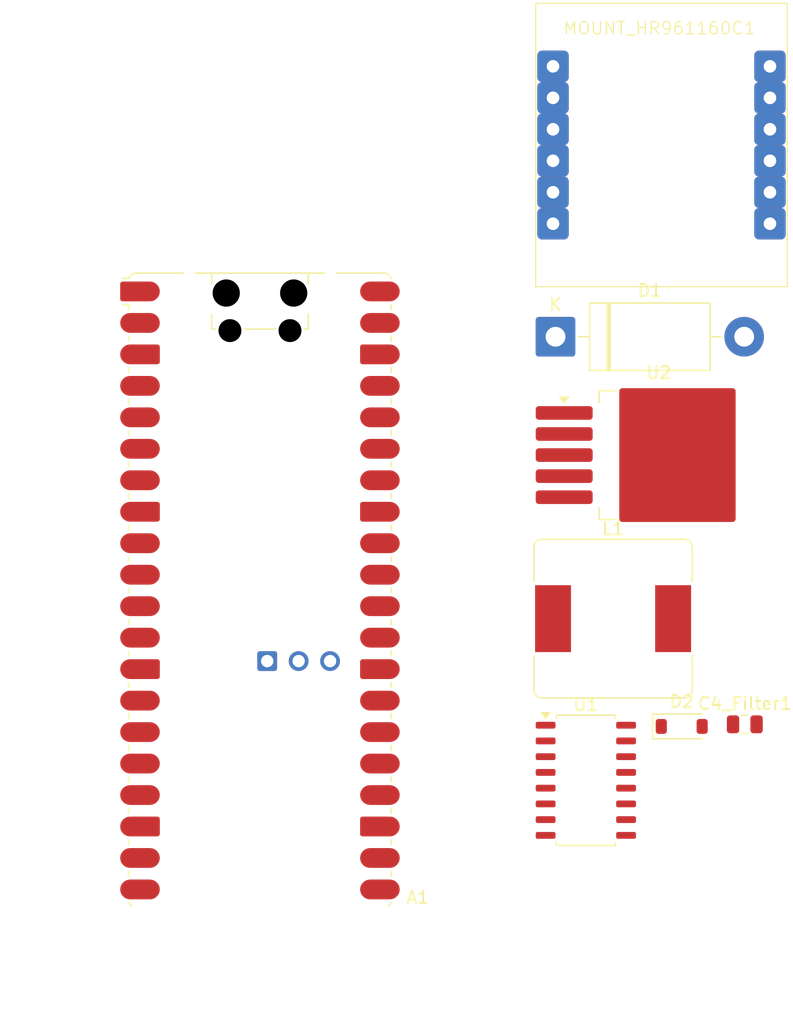
<source format=kicad_pcb>
(kicad_pcb (version 20241229) (generator "pcbnew") (generator_version "9.0")
  (layers (0 "F.Cu" signal) (2 "B.Cu" signal) (13 "F.Paste" user) (15 "B.Paste" user) (5 "F.SilkS" user "F.Silkscreen") (7 "B.SilkS" user "B.Silkscreen") (1 "F.Mask" user) (3 "B.Mask" user) (25 "Edge.Cuts" user))
  (net 0 "")
  (net 1 "Net-(A1-VBUS)")
  (net 2 "Net-(A1-GPIO2)")
  (net 3 "Net-(A1-GPIO16)")
  (net 6 "Net-(A1-GPIO18)")
  (net 7 "+3.3V")
  (net 12 "GND")
  (net 18 "Net-(A1-GPIO19)")
  (net 22 "Net-(A1-GPIO17)")
  (net 34 "Net-(D2-K)")
  (net 35 "Net-(D2-A)")
  (net 36 "Net-(D1-A)")
  (net 42 "Net-(R2-Pad2)")
  (net 53 "+24V")
  (footprint "Package_SO:SOIC-16_4.55x10.3mm_P1.27mm" (layer "F.Cu") (at 117.71 109.515)
    (property "Reference" "U1" (at 0 -6.1 0) (layer "F.SilkS"))
    (property "Value" "TLP291-4")
    (fp_line (start -2.385 -5.26) (end 2.385 -5.26) (stroke (width 0.12)) (layer "F.SilkS"))
    (fp_line (start -2.385 -4.98) (end -2.385 -5.26) (stroke (width 0.12)) (layer "F.SilkS"))
    (fp_line (start -2.385 5.26) (end -2.385 4.98) (stroke (width 0.12)) (layer "F.SilkS"))
    (fp_line (start 2.385 -5.26) (end 2.385 -4.98) (stroke (width 0.12)) (layer "F.SilkS"))
    (fp_line (start 2.385 4.98) (end 2.385 5.26) (stroke (width 0.12)) (layer "F.SilkS"))
    (fp_line (start 2.385 5.26) (end -2.385 5.26) (stroke (width 0.12)) (layer "F.SilkS"))
    (fp_poly (pts (xy -3.25 -4.99) (xy -3.59 -5.46) (xy -2.91 -5.46)) (stroke (width 0.12)) (fill yes) (layer "F.SilkS"))
    (pad "1" smd roundrect (at -3.25 -4.445) (size 1.6 0.55) (layers "F.Cu" "F.Mask" "F.Paste"))
    (pad "2" smd roundrect (at -3.25 -3.175) (size 1.6 0.55) (layers "F.Cu" "F.Mask" "F.Paste"))
    (pad "3" smd roundrect (at -3.25 -1.905) (size 1.6 0.55) (layers "F.Cu" "F.Mask" "F.Paste"))
    (pad "4" smd roundrect (at -3.25 -0.635) (size 1.6 0.55) (layers "F.Cu" "F.Mask" "F.Paste"))
    (pad "5" smd roundrect (at -3.25 0.635) (size 1.6 0.55) (layers "F.Cu" "F.Mask" "F.Paste"))
    (pad "6" smd roundrect (at -3.25 1.905) (size 1.6 0.55) (layers "F.Cu" "F.Mask" "F.Paste"))
    (pad "7" smd roundrect (at -3.25 3.175) (size 1.6 0.55) (layers "F.Cu" "F.Mask" "F.Paste") (net 42 "Net-(R2-Pad2)"))
    (pad "8" smd roundrect (at -3.25 4.445) (size 1.6 0.55) (layers "F.Cu" "F.Mask" "F.Paste") (net 12 "GND"))
    (pad "9" smd roundrect (at 3.25 4.445) (size 1.6 0.55) (layers "F.Cu" "F.Mask" "F.Paste") (net 12 "GND"))
    (pad "10" smd roundrect (at 3.25 3.175) (size 1.6 0.55) (layers "F.Cu" "F.Mask" "F.Paste") (net 35 "Net-(D2-A)"))
    (pad "11" smd roundrect (at 3.25 1.905) (size 1.6 0.55) (layers "F.Cu" "F.Mask" "F.Paste"))
    (pad "12" smd roundrect (at 3.25 0.635) (size 1.6 0.55) (layers "F.Cu" "F.Mask" "F.Paste"))
    (pad "13" smd roundrect (at 3.25 -0.635) (size 1.6 0.55) (layers "F.Cu" "F.Mask" "F.Paste"))
    (pad "14" smd roundrect (at 3.25 -1.905) (size 1.6 0.55) (layers "F.Cu" "F.Mask" "F.Paste"))
    (pad "15" smd roundrect (at 3.25 -3.175) (size 1.6 0.55) (layers "F.Cu" "F.Mask" "F.Paste"))
    (pad "16" smd roundrect (at 3.25 -4.445) (size 1.6 0.55) (layers "F.Cu" "F.Mask" "F.Paste"))
  )
  (footprint "Rover:EthernetMount" (layer "F.Cu") (at 113.66 46.82)
    (property "Reference" "MOUNT_HR961160C1" (at 10 2 0) (layer "F.SilkS") (effects (font (thickness 0.1))))
    (property "Value" "U1")
    (fp_rect (start 0 0) (end 20.32 22.86) (stroke (width 0.1)) (fill no) (layer "F.SilkS"))
    (pad "1" thru_hole roundrect (at 1.397 5.08) (size 2.54 2.54) (drill 1.016) (layers "*.Cu" "*.Mask") (roundrect_rratio 0.15) (net 12 "GND"))
    (pad "2" thru_hole roundrect (at 1.397 7.62) (size 2.54 2.54) (drill 1.016) (layers "*.Cu" "*.Mask") (roundrect_rratio 0.15) (net 12 "GND"))
    (pad "3" thru_hole roundrect (at 1.397 10.16) (size 2.54 2.54) (drill 1.016) (layers "*.Cu" "*.Mask") (roundrect_rratio 0.15) (net 18 "Net-(A1-GPIO19)"))
    (pad "4" thru_hole roundrect (at 1.397 12.7) (size 2.54 2.54) (drill 1.016) (layers "*.Cu" "*.Mask") (roundrect_rratio 0.15) (net 6 "Net-(A1-GPIO18)"))
    (pad "5" thru_hole roundrect (at 1.397 15.24) (size 2.54 2.54) (drill 1.016) (layers "*.Cu" "*.Mask") (roundrect_rratio 0.15) (net 22 "Net-(A1-GPIO17)"))
    (pad "6" thru_hole roundrect (at 1.397 17.78) (size 2.54 2.54) (drill 1.016) (layers "*.Cu" "*.Mask") (roundrect_rratio 0.15))
    (pad "7" thru_hole roundrect (at 18.923 5.08) (size 2.54 2.54) (drill 1.016) (layers "*.Cu" "*.Mask") (roundrect_rratio 0.15) (net 12 "GND"))
    (pad "8" thru_hole roundrect (at 18.923 7.62) (size 2.54 2.54) (drill 1.016) (layers "*.Cu" "*.Mask") (roundrect_rratio 0.15) (net 7 "+3.3V"))
    (pad "9" thru_hole roundrect (at 18.923 10.16) (size 2.54 2.54) (drill 1.016) (layers "*.Cu" "*.Mask") (roundrect_rratio 0.15) (net 7 "+3.3V"))
    (pad "10" thru_hole roundrect (at 18.923 12.7) (size 2.54 2.54) (drill 1.016) (layers "*.Cu" "*.Mask") (roundrect_rratio 0.15))
    (pad "11" thru_hole roundrect (at 18.923 15.24) (size 2.54 2.54) (drill 1.016) (layers "*.Cu" "*.Mask") (roundrect_rratio 0.15))
    (pad "12" thru_hole roundrect (at 18.923 17.78) (size 2.54 2.54) (drill 1.016) (layers "*.Cu" "*.Mask") (roundrect_rratio 0.15) (net 3 "Net-(A1-GPIO16)"))
  )
  (footprint "Diode_SMD:D_SOD-123" (layer "F.Cu") (at 125.455 105.17)
    (property "Reference" "D2" (at 0 -2 0) (layer "F.SilkS"))
    (property "Value" "1N4148W")
    (fp_line (start -2.36 -1) (end -2.36 1) (stroke (width 0.12)) (layer "F.SilkS"))
    (fp_line (start -2.36 -1) (end 1.65 -1) (stroke (width 0.12)) (layer "F.SilkS"))
    (fp_line (start -2.36 1) (end 1.65 1) (stroke (width 0.12)) (layer "F.SilkS"))
    (pad "1" smd roundrect (at -1.65 0) (size 0.9 1.2) (layers "F.Cu" "F.Mask" "F.Paste") (net 34 "Net-(D2-K)"))
    (pad "2" smd roundrect (at 1.65 0) (size 0.9 1.2) (layers "F.Cu" "F.Mask" "F.Paste") (net 35 "Net-(D2-A)"))
  )
  (footprint "Diode_THT:D_DO-201AD_P15.24mm_Horizontal" (layer "F.Cu") (at 115.26 73.72)
    (property "Reference" "D1" (at 7.62 -3.72 0) (layer "F.SilkS"))
    (property "Value" "D_Schottky")
    (fp_line (start 1.84 0) (end 2.75 0) (stroke (width 0.12)) (layer "F.SilkS"))
    (fp_line (start 4.175 -2.72) (end 4.175 2.72) (stroke (width 0.12)) (layer "F.SilkS"))
    (fp_line (start 4.295 -2.72) (end 4.295 2.72) (stroke (width 0.12)) (layer "F.SilkS"))
    (fp_line (start 4.415 -2.72) (end 4.415 2.72) (stroke (width 0.12)) (layer "F.SilkS"))
    (fp_line (start 13.4 0) (end 12.49 0) (stroke (width 0.12)) (layer "F.SilkS"))
    (fp_rect (start 2.75 -2.72) (end 12.49 2.72) (stroke (width 0.12)) (fill no) (layer "F.SilkS"))
    (fp_text user "K" (at 0 -2.6 0) (layer "F.SilkS"))
    (pad "1" thru_hole roundrect (at 0 0) (size 3.2 3.2) (drill 1.6) (layers "*.Cu" "*.Mask") (roundrect_rratio 0.078125) (net 12 "GND"))
    (pad "2" thru_hole circle (at 15.24 0) (size 3.2 3.2) (drill 1.6) (layers "*.Cu" "*.Mask") (net 36 "Net-(D1-A)"))
  )
  (footprint "Module:RaspberryPi_Pico_W_SMD_HandSolder" (layer "F.Cu") (at 91.385 94.195)
    (property "Reference" "A1" (at 11.7475 24.765 0) (layer "F.SilkS") (effects (justify left)))
    (property "Value" "RaspberryPi_Pico_W")
    (fp_line (start -10.61 -23.07) (end -11.09 -23.07) (stroke (width 0.12)) (layer "F.SilkS"))
    (fp_line (start -10.61 -23.07) (end -10.61 -22.65) (stroke (width 0.12)) (layer "F.SilkS"))
    (fp_line (start -10.61 -20.53) (end -10.61 -20.11) (stroke (width 0.12)) (layer "F.SilkS"))
    (fp_line (start -10.61 -17.99) (end -10.61 -17.57) (stroke (width 0.12)) (layer "F.SilkS"))
    (fp_line (start -10.61 -15.45) (end -10.61 -15.03) (stroke (width 0.12)) (layer "F.SilkS"))
    (fp_line (start -10.61 -12.91) (end -10.61 -12.49) (stroke (width 0.12)) (layer "F.SilkS"))
    (fp_line (start -10.61 -10.37) (end -10.61 -9.95) (stroke (width 0.12)) (layer "F.SilkS"))
    (fp_line (start -10.61 -7.83) (end -10.61 -7.41) (stroke (width 0.12)) (layer "F.SilkS"))
    (fp_line (start -10.61 -5.29) (end -10.61 -4.87) (stroke (width 0.12)) (layer "F.SilkS"))
    (fp_line (start -10.61 -2.75) (end -10.61 -2.33) (stroke (width 0.12)) (layer "F.SilkS"))
    (fp_line (start -10.61 -0.21) (end -10.61 0.21) (stroke (width 0.12)) (layer "F.SilkS"))
    (fp_line (start -10.61 2.33) (end -10.61 2.75) (stroke (width 0.12)) (layer "F.SilkS"))
    (fp_line (start -10.61 4.87) (end -10.61 5.29) (stroke (width 0.12)) (layer "F.SilkS"))
    (fp_line (start -10.61 7.41) (end -10.61 7.83) (stroke (width 0.12)) (layer "F.SilkS"))
    (fp_line (start -10.61 9.95) (end -10.61 10.37) (stroke (width 0.12)) (layer "F.SilkS"))
    (fp_line (start -10.61 12.49) (end -10.61 12.91) (stroke (width 0.12)) (layer "F.SilkS"))
    (fp_line (start -10.61 15.03) (end -10.61 15.45) (stroke (width 0.12)) (layer "F.SilkS"))
    (fp_line (start -10.61 17.57) (end -10.61 17.99) (stroke (width 0.12)) (layer "F.SilkS"))
    (fp_line (start -10.61 20.11) (end -10.61 20.53) (stroke (width 0.12)) (layer "F.SilkS"))
    (fp_line (start -10.61 22.65) (end -10.61 23.07) (stroke (width 0.12)) (layer "F.SilkS"))
    (fp_line (start -10.579676 -25.19) (end -11.09 -25.19) (stroke (width 0.12)) (layer "F.SilkS"))
    (fp_line (start -10 -25.61) (end -7.51 -25.61) (stroke (width 0.12)) (layer "F.SilkS"))
    (fp_line (start -7.51 -25.61) (end -6.16206 -25.61) (stroke (width 0.12)) (layer "F.SilkS"))
    (fp_line (start -5.237939 -25.61) (end -4.235 -25.61) (stroke (width 0.12)) (layer "F.SilkS"))
    (fp_line (start -4.235 -25.61) (end 4.235 -25.61) (stroke (width 0.12)) (layer "F.SilkS"))
    (fp_line (start -3.9 -25.61) (end -3.9 -24.694) (stroke (width 0.12)) (layer "F.SilkS"))
    (fp_line (start -3.9 -22.306) (end -3.9 -21.09) (stroke (width 0.12)) (layer "F.SilkS"))
    (fp_line (start -3.9 -21.09) (end -3.60391 -21.09) (stroke (width 0.12)) (layer "F.SilkS"))
    (fp_line (start -1.24609 -21.09) (end 1.24609 -21.09) (stroke (width 0.12)) (layer "F.SilkS"))
    (fp_line (start 3.60391 -21.09) (end 3.9 -21.09) (stroke (width 0.12)) (layer "F.SilkS"))
    (fp_line (start 3.9 -25.61) (end 3.9 -24.694) (stroke (width 0.12)) (layer "F.SilkS"))
    (fp_line (start 3.9 -22.306) (end 3.9 -21.09) (stroke (width 0.12)) (layer "F.SilkS"))
    (fp_line (start 4.235 -25.61) (end 5.237939 -25.61) (stroke (width 0.12)) (layer "F.SilkS"))
    (fp_line (start 6.162061 -25.61) (end 7.51 -25.61) (stroke (width 0.12)) (layer "F.SilkS"))
    (fp_line (start 10 -25.61) (end 7.51 -25.61) (stroke (width 0.12)) (layer "F.SilkS"))
    (fp_line (start 10.61 -23.07) (end 10.61 -22.65) (stroke (width 0.12)) (layer "F.SilkS"))
    (fp_line (start 10.61 -20.53) (end 10.61 -20.11) (stroke (width 0.12)) (layer "F.SilkS"))
    (fp_line (start 10.61 -17.99) (end 10.61 -17.57) (stroke (width 0.12)) (layer "F.SilkS"))
    (fp_line (start 10.61 -15.45) (end 10.61 -15.03) (stroke (width 0.12)) (layer "F.SilkS"))
    (fp_line (start 10.61 -12.91) (end 10.61 -12.49) (stroke (width 0.12)) (layer "F.SilkS"))
    (fp_line (start 10.61 -10.37) (end 10.61 -9.95) (stroke (width 0.12)) (layer "F.SilkS"))
    (fp_line (start 10.61 -7.83) (end 10.61 -7.41) (stroke (width 0.12)) (layer "F.SilkS"))
    (fp_line (start 10.61 -5.29) (end 10.61 -4.87) (stroke (width 0.12)) (layer "F.SilkS"))
    (fp_line (start 10.61 -2.75) (end 10.61 -2.33) (stroke (width 0.12)) (layer "F.SilkS"))
    (fp_line (start 10.61 -0.21) (end 10.61 0.21) (stroke (width 0.12)) (layer "F.SilkS"))
    (fp_line (start 10.61 2.33) (end 10.61 2.75) (stroke (width 0.12)) (layer "F.SilkS"))
    (fp_line (start 10.61 4.87) (end 10.61 5.29) (stroke (width 0.12)) (layer "F.SilkS"))
    (fp_line (start 10.61 7.41) (end 10.61 7.83) (stroke (width 0.12)) (layer "F.SilkS"))
    (fp_line (start 10.61 9.95) (end 10.61 10.37) (stroke (width 0.12)) (layer "F.SilkS"))
    (fp_line (start 10.61 12.49) (end 10.61 12.91) (stroke (width 0.12)) (layer "F.SilkS"))
    (fp_line (start 10.61 15.03) (end 10.61 15.45) (stroke (width 0.12)) (layer "F.SilkS"))
    (fp_line (start 10.61 17.57) (end 10.61 17.99) (stroke (width 0.12)) (layer "F.SilkS"))
    (fp_line (start 10.61 20.11) (end 10.61 20.53) (stroke (width 0.12)) (layer "F.SilkS"))
    (fp_line (start 10.61 22.65) (end 10.61 23.07) (stroke (width 0.12)) (layer "F.SilkS"))
    (fp_arc (start -10.579676 -25.19) (mid -10.357938 -25.493944) (end -10 -25.61) (stroke (width 0.12)) (layer "F.SilkS"))
    (fp_arc (start -10.363318 25.49) (mid -10.494791 25.356765) (end -10.579676 25.189937) (stroke (width 0.12)) (layer "F.SilkS"))
    (fp_arc (start 10 -25.61) (mid 10.357937 -25.493944) (end 10.579676 -25.189937) (stroke (width 0.12)) (layer "F.SilkS"))
    (fp_arc (start 10.579676 25.189937) (mid 10.494803 25.356773) (end 10.363318 25.49) (stroke (width 0.12)) (layer "F.SilkS"))
    (pad "" smd rect (at -8.89 -24.13) (size 3.8 2.2) (drill (offset -0.8 0)) (layers "F.Paste"))
    (pad "" smd rect (at -8.89 -21.59) (size 3.8 2.2) (drill (offset -0.8 0)) (layers "F.Paste"))
    (pad "" smd rect (at -8.89 -19.05) (size 3.8 2.2) (drill (offset -0.8 0)) (layers "F.Paste"))
    (pad "" smd rect (at -8.89 -16.51) (size 3.8 2.2) (drill (offset -0.8 0)) (layers "F.Paste"))
    (pad "" smd rect (at -8.89 -13.97) (size 3.8 2.2) (drill (offset -0.8 0)) (layers "F.Paste"))
    (pad "" smd rect (at -8.89 -11.43) (size 3.8 2.2) (drill (offset -0.8 0)) (layers "F.Paste"))
    (pad "" smd rect (at -8.89 -8.89) (size 3.8 2.2) (drill (offset -0.8 0)) (layers "F.Paste"))
    (pad "" smd rect (at -8.89 -6.35) (size 3.8 2.2) (drill (offset -0.8 0)) (layers "F.Paste"))
    (pad "" smd rect (at -8.89 -3.81) (size 3.8 2.2) (drill (offset -0.8 0)) (layers "F.Paste"))
    (pad "" smd rect (at -8.89 -1.27) (size 3.8 2.2) (drill (offset -0.8 0)) (layers "F.Paste"))
    (pad "" smd rect (at -8.89 1.27) (size 3.8 2.2) (drill (offset -0.8 0)) (layers "F.Paste"))
    (pad "" smd rect (at -8.89 3.81) (size 3.8 2.2) (drill (offset -0.8 0)) (layers "F.Paste"))
    (pad "" smd rect (at -8.89 6.35) (size 3.8 2.2) (drill (offset -0.8 0)) (layers "F.Paste"))
    (pad "" smd rect (at -8.89 8.89) (size 3.8 2.2) (drill (offset -0.8 0)) (layers "F.Paste"))
    (pad "" smd rect (at -8.89 11.43) (size 3.8 2.2) (drill (offset -0.8 0)) (layers "F.Paste"))
    (pad "" smd rect (at -8.89 13.97) (size 3.8 2.2) (drill (offset -0.8 0)) (layers "F.Paste"))
    (pad "" smd rect (at -8.89 16.51) (size 3.8 2.2) (drill (offset -0.8 0)) (layers "F.Paste"))
    (pad "" smd rect (at -8.89 19.05) (size 3.8 2.2) (drill (offset -0.8 0)) (layers "F.Paste"))
    (pad "" smd rect (at -8.89 21.59) (size 3.8 2.2) (drill (offset -0.8 0)) (layers "F.Paste"))
    (pad "" smd rect (at -8.89 24.13) (size 3.8 2.2) (drill (offset -0.8 0)) (layers "F.Paste"))
    (pad "" np_thru_hole circle (at -2.725 -24) (size 2.2 2.2) (drill 2.2) (layers "*.Mask"))
    (pad "" np_thru_hole circle (at -2.425 -20.97) (size 1.85 1.85) (drill 1.85) (layers "*.Mask"))
    (pad "" np_thru_hole circle (at 2.425 -20.97) (size 1.85 1.85) (drill 1.85) (layers "*.Mask"))
    (pad "" np_thru_hole circle (at 2.725 -24) (size 2.2 2.2) (drill 2.2) (layers "*.Mask"))
    (pad "" smd rect (at 8.89 -24.13) (size 3.8 2.2) (drill (offset 0.8 0)) (layers "F.Paste"))
    (pad "" smd rect (at 8.89 -21.59) (size 3.8 2.2) (drill (offset 0.8 0)) (layers "F.Paste"))
    (pad "" smd rect (at 8.89 -19.05) (size 3.8 2.2) (drill (offset 0.8 0)) (layers "F.Paste"))
    (pad "" smd rect (at 8.89 -16.51) (size 3.8 2.2) (drill (offset 0.8 0)) (layers "F.Paste"))
    (pad "" smd rect (at 8.89 -13.97) (size 3.8 2.2) (drill (offset 0.8 0)) (layers "F.Paste"))
    (pad "" smd rect (at 8.89 -11.43) (size 3.8 2.2) (drill (offset 0.8 0)) (layers "F.Paste"))
    (pad "" smd rect (at 8.89 -8.89) (size 3.8 2.2) (drill (offset 0.8 0)) (layers "F.Paste"))
    (pad "" smd rect (at 8.89 -6.35) (size 3.8 2.2) (drill (offset 0.8 0)) (layers "F.Paste"))
    (pad "" smd rect (at 8.89 -3.81) (size 3.8 2.2) (drill (offset 0.8 0)) (layers "F.Paste"))
    (pad "" smd rect (at 8.89 -1.27) (size 3.8 2.2) (drill (offset 0.8 0)) (layers "F.Paste"))
    (pad "" smd rect (at 8.89 1.27) (size 3.8 2.2) (drill (offset 0.8 0)) (layers "F.Paste"))
    (pad "" smd rect (at 8.89 3.81) (size 3.8 2.2) (drill (offset 0.8 0)) (layers "F.Paste"))
    (pad "" smd rect (at 8.89 6.35) (size 3.8 2.2) (drill (offset 0.8 0)) (layers "F.Paste"))
    (pad "" smd rect (at 8.89 8.89) (size 3.8 2.2) (drill (offset 0.8 0)) (layers "F.Paste"))
    (pad "" smd rect (at 8.89 11.43) (size 3.8 2.2) (drill (offset 0.8 0)) (layers "F.Paste"))
    (pad "" smd rect (at 8.89 13.97) (size 3.8 2.2) (drill (offset 0.8 0)) (layers "F.Paste"))
    (pad "" smd rect (at 8.89 16.51) (size 3.8 2.2) (drill (offset 0.8 0)) (layers "F.Paste"))
    (pad "" smd rect (at 8.89 19.05) (size 3.8 2.2) (drill (offset 0.8 0)) (layers "F.Paste"))
    (pad "" smd rect (at 8.89 21.59) (size 3.8 2.2) (drill (offset 0.8 0)) (layers "F.Paste"))
    (pad "" smd rect (at 8.89 24.13) (size 3.8 2.2) (drill (offset 0.8 0)) (layers "F.Paste"))
    (pad "1" smd custom (at -9.69 -24.13) (size 1.6 0.8) (layers "F.Cu" "F.Mask") (options (clearance outline) (anchor rect)) (primitives (gr_circle (center 0.8 0) (end 1.6 0) (width 0) (fill yes)) (gr_poly (pts (xy -1.6 -0.6) (xy -1.6 0.6) (xy -1.4 0.8) (xy 0.8 0.8) (xy 0.8 -0.8) (xy -1.4 -0.8)) (width 0) (fill yes)) (gr_circle (center -1.4 -0.6) (end -1.2 -0.6) (width 0) (fill yes)) (gr_circle (center -1.4 0.6) (end -1.2 0.6) (width 0) (fill yes))))
    (pad "2" smd roundrect (at -9.69 -21.59) (size 3.2 1.6) (layers "F.Cu" "F.Mask") (roundrect_rratio 0.5))
    (pad "3" smd custom (at -9.69 -19.05) (size 1.6 0.8) (layers "F.Cu" "F.Mask") (net 12 "GND") (options (clearance outline) (anchor rect)) (primitives (gr_circle (center -0.8 0) (end 0 0) (width 0) (fill yes)) (gr_poly (pts (xy 1.6 -0.6) (xy 1.6 0.6) (xy 1.4 0.8) (xy -0.8 0.8) (xy -0.8 -0.8) (xy 1.4 -0.8)) (width 0) (fill yes)) (gr_circle (center 1.4 -0.6) (end 1.6 -0.6) (width 0) (fill yes)) (gr_circle (center 1.4 0.6) (end 1.6 0.6) (width 0) (fill yes))))
    (pad "4" smd roundrect (at -9.69 -16.51) (size 3.2 1.6) (layers "F.Cu" "F.Mask") (roundrect_rratio 0.5) (net 2 "Net-(A1-GPIO2)"))
    (pad "5" smd roundrect (at -9.69 -13.97) (size 3.2 1.6) (layers "F.Cu" "F.Mask") (roundrect_rratio 0.5))
    (pad "6" smd roundrect (at -9.69 -11.43) (size 3.2 1.6) (layers "F.Cu" "F.Mask") (roundrect_rratio 0.5))
    (pad "7" smd roundrect (at -9.69 -8.89) (size 3.2 1.6) (layers "F.Cu" "F.Mask") (roundrect_rratio 0.5))
    (pad "8" smd custom (at -9.69 -6.35) (size 1.6 0.8) (layers "F.Cu" "F.Mask") (net 12 "GND") (options (clearance outline) (anchor rect)) (primitives (gr_circle (center -0.8 0) (end 0 0) (width 0) (fill yes)) (gr_poly (pts (xy 1.6 -0.6) (xy 1.6 0.6) (xy 1.4 0.8) (xy -0.8 0.8) (xy -0.8 -0.8) (xy 1.4 -0.8)) (width 0) (fill yes)) (gr_circle (center 1.4 -0.6) (end 1.6 -0.6) (width 0) (fill yes)) (gr_circle (center 1.4 0.6) (end 1.6 0.6) (width 0) (fill yes))))
    (pad "9" smd roundrect (at -9.69 -3.81) (size 3.2 1.6) (layers "F.Cu" "F.Mask") (roundrect_rratio 0.5))
    (pad "10" smd roundrect (at -9.69 -1.27) (size 3.2 1.6) (layers "F.Cu" "F.Mask") (roundrect_rratio 0.5))
    (pad "11" smd roundrect (at -9.69 1.27) (size 3.2 1.6) (layers "F.Cu" "F.Mask") (roundrect_rratio 0.5))
    (pad "12" smd roundrect (at -9.69 3.81) (size 3.2 1.6) (layers "F.Cu" "F.Mask") (roundrect_rratio 0.5))
    (pad "13" smd custom (at -9.69 6.35) (size 1.6 0.8) (layers "F.Cu" "F.Mask") (net 12 "GND") (options (clearance outline) (anchor rect)) (primitives (gr_circle (center -0.8 0) (end 0 0) (width 0) (fill yes)) (gr_poly (pts (xy 1.6 -0.6) (xy 1.6 0.6) (xy 1.4 0.8) (xy -0.8 0.8) (xy -0.8 -0.8) (xy 1.4 -0.8)) (width 0) (fill yes)) (gr_circle (center 1.4 -0.6) (end 1.6 -0.6) (width 0) (fill yes)) (gr_circle (center 1.4 0.6) (end 1.6 0.6) (width 0) (fill yes))))
    (pad "14" smd roundrect (at -9.69 8.89) (size 3.2 1.6) (layers "F.Cu" "F.Mask") (roundrect_rratio 0.5))
    (pad "15" smd roundrect (at -9.69 11.43) (size 3.2 1.6) (layers "F.Cu" "F.Mask") (roundrect_rratio 0.5))
    (pad "16" smd roundrect (at -9.69 13.97) (size 3.2 1.6) (layers "F.Cu" "F.Mask") (roundrect_rratio 0.5))
    (pad "17" smd roundrect (at -9.69 16.51) (size 3.2 1.6) (layers "F.Cu" "F.Mask") (roundrect_rratio 0.5))
    (pad "18" smd custom (at -9.69 19.05) (size 1.6 0.8) (layers "F.Cu" "F.Mask") (net 12 "GND") (options (clearance outline) (anchor rect)) (primitives (gr_circle (center -0.8 0) (end 0 0) (width 0) (fill yes)) (gr_poly (pts (xy 1.6 -0.6) (xy 1.6 0.6) (xy 1.4 0.8) (xy -0.8 0.8) (xy -0.8 -0.8) (xy 1.4 -0.8)) (width 0) (fill yes)) (gr_circle (center 1.4 -0.6) (end 1.6 -0.6) (width 0) (fill yes)) (gr_circle (center 1.4 0.6) (end 1.6 0.6) (width 0) (fill yes))))
    (pad "19" smd roundrect (at -9.69 21.59) (size 3.2 1.6) (layers "F.Cu" "F.Mask") (roundrect_rratio 0.5))
    (pad "20" smd roundrect (at -9.69 24.13) (size 3.2 1.6) (layers "F.Cu" "F.Mask") (roundrect_rratio 0.5))
    (pad "21" smd roundrect (at 9.69 24.13) (size 3.2 1.6) (layers "F.Cu" "F.Mask") (roundrect_rratio 0.5) (net 3 "Net-(A1-GPIO16)"))
    (pad "22" smd roundrect (at 9.69 21.59) (size 3.2 1.6) (layers "F.Cu" "F.Mask") (roundrect_rratio 0.5) (net 22 "Net-(A1-GPIO17)"))
    (pad "23" smd custom (at 9.69 19.05) (size 1.6 0.8) (layers "F.Cu" "F.Mask") (net 12 "GND") (options (clearance outline) (anchor rect)) (primitives (gr_circle (center 0.8 0) (end 1.6 0) (width 0) (fill yes)) (gr_poly (pts (xy -1.6 -0.6) (xy -1.6 0.6) (xy -1.4 0.8) (xy 0.8 0.8) (xy 0.8 -0.8) (xy -1.4 -0.8)) (width 0) (fill yes)) (gr_circle (center -1.4 -0.6) (end -1.2 -0.6) (width 0) (fill yes)) (gr_circle (center -1.4 0.6) (end -1.2 0.6) (width 0) (fill yes))))
    (pad "24" smd roundrect (at 9.69 16.51) (size 3.2 1.6) (layers "F.Cu" "F.Mask") (roundrect_rratio 0.5) (net 6 "Net-(A1-GPIO18)"))
    (pad "25" smd roundrect (at 9.69 13.97) (size 3.2 1.6) (layers "F.Cu" "F.Mask") (roundrect_rratio 0.5) (net 18 "Net-(A1-GPIO19)"))
    (pad "26" smd roundrect (at 9.69 11.43) (size 3.2 1.6) (layers "F.Cu" "F.Mask") (roundrect_rratio 0.5))
    (pad "27" smd roundrect (at 9.69 8.89) (size 3.2 1.6) (layers "F.Cu" "F.Mask") (roundrect_rratio 0.5))
    (pad "28" smd custom (at 9.69 6.35) (size 1.6 0.8) (layers "F.Cu" "F.Mask") (net 12 "GND") (options (clearance outline) (anchor rect)) (primitives (gr_circle (center 0.8 0) (end 1.6 0) (width 0) (fill yes)) (gr_poly (pts (xy -1.6 -0.6) (xy -1.6 0.6) (xy -1.4 0.8) (xy 0.8 0.8) (xy 0.8 -0.8) (xy -1.4 -0.8)) (width 0) (fill yes)) (gr_circle (center -1.4 -0.6) (end -1.2 -0.6) (width 0) (fill yes)) (gr_circle (center -1.4 0.6) (end -1.2 0.6) (width 0) (fill yes))))
    (pad "29" smd roundrect (at 9.69 3.81) (size 3.2 1.6) (layers "F.Cu" "F.Mask") (roundrect_rratio 0.5))
    (pad "30" smd roundrect (at 9.69 1.27) (size 3.2 1.6) (layers "F.Cu" "F.Mask") (roundrect_rratio 0.5))
    (pad "31" smd roundrect (at 9.69 -1.27) (size 3.2 1.6) (layers "F.Cu" "F.Mask") (roundrect_rratio 0.5))
    (pad "32" smd roundrect (at 9.69 -3.81) (size 3.2 1.6) (layers "F.Cu" "F.Mask") (roundrect_rratio 0.5))
    (pad "33" smd custom (at 9.69 -6.35) (size 1.6 0.8) (layers "F.Cu" "F.Mask") (options (clearance outline) (anchor rect)) (primitives (gr_circle (center 0.8 0) (end 1.6 0) (width 0) (fill yes)) (gr_poly (pts (xy -1.6 -0.6) (xy -1.6 0.6) (xy -1.4 0.8) (xy 0.8 0.8) (xy 0.8 -0.8) (xy -1.4 -0.8)) (width 0) (fill yes)) (gr_circle (center -1.4 -0.6) (end -1.2 -0.6) (width 0) (fill yes)) (gr_circle (center -1.4 0.6) (end -1.2 0.6) (width 0) (fill yes))))
    (pad "34" smd roundrect (at 9.69 -8.89) (size 3.2 1.6) (layers "F.Cu" "F.Mask") (roundrect_rratio 0.5))
    (pad "35" smd roundrect (at 9.69 -11.43) (size 3.2 1.6) (layers "F.Cu" "F.Mask") (roundrect_rratio 0.5))
    (pad "36" smd roundrect (at 9.69 -13.97) (size 3.2 1.6) (layers "F.Cu" "F.Mask") (roundrect_rratio 0.5) (net 7 "+3.3V"))
    (pad "37" smd roundrect (at 9.69 -16.51) (size 3.2 1.6) (layers "F.Cu" "F.Mask") (roundrect_rratio 0.5))
    (pad "38" smd custom (at 9.69 -19.05) (size 1.6 0.8) (layers "F.Cu" "F.Mask") (net 12 "GND") (options (clearance outline) (anchor rect)) (primitives (gr_circle (center 0.8 0) (end 1.6 0) (width 0) (fill yes)) (gr_poly (pts (xy -1.6 -0.6) (xy -1.6 0.6) (xy -1.4 0.8) (xy 0.8 0.8) (xy 0.8 -0.8) (xy -1.4 -0.8)) (width 0) (fill yes)) (gr_circle (center -1.4 -0.6) (end -1.2 -0.6) (width 0) (fill yes)) (gr_circle (center -1.4 0.6) (end -1.2 0.6) (width 0) (fill yes))))
    (pad "39" smd roundrect (at 9.69 -21.59) (size 3.2 1.6) (layers "F.Cu" "F.Mask") (roundrect_rratio 0.5) (net 1 "Net-(A1-VBUS)"))
    (pad "40" smd roundrect (at 9.69 -24.13) (size 3.2 1.6) (layers "F.Cu" "F.Mask") (roundrect_rratio 0.5) (net 1 "Net-(A1-VBUS)"))
    (pad "D1" thru_hole roundrect (at 0.5841 5.7) (size 1.6 1.6) (drill 1) (layers "*.Cu" "*.Mask") (roundrect_rratio 0.125))
    (pad "D2" thru_hole circle (at 3.1241 5.7) (size 1.6 1.6) (drill 1) (layers "*.Cu" "*.Mask"))
    (pad "D3" thru_hole circle (at 5.6641 5.7) (size 1.6 1.6) (drill 1) (layers "*.Cu" "*.Mask"))
  )
  (footprint "Inductor_SMD:L_Bourns_SRR1260" (layer "F.Cu") (at 119.91 96.47)
    (property "Reference" "L1" (at 0 -7.25 0) (layer "F.SilkS"))
    (property "Value" "33uH")
    (fp_line (start -6.4 -5.75) (end -6.4 -3) (stroke (width 0.12)) (layer "F.SilkS"))
    (fp_line (start -6.4 3) (end -6.4 5.75) (stroke (width 0.12)) (layer "F.SilkS"))
    (fp_line (start -5.75 -6.4) (end 5.75 -6.4) (stroke (width 0.12)) (layer "F.SilkS"))
    (fp_line (start 5.75 6.4) (end -5.75 6.4) (stroke (width 0.12)) (layer "F.SilkS"))
    (fp_line (start 6.4 -5.75) (end 6.4 -3) (stroke (width 0.12)) (layer "F.SilkS"))
    (fp_line (start 6.4 3) (end 6.4 5.75) (stroke (width 0.12)) (layer "F.SilkS"))
    (fp_arc (start -6.4 -5.75) (mid -6.209619 -6.209619) (end -5.75 -6.4) (stroke (width 0.12)) (layer "F.SilkS"))
    (fp_arc (start -5.75 6.4) (mid -6.209619 6.209619) (end -6.4 5.75) (stroke (width 0.12)) (layer "F.SilkS"))
    (fp_arc (start 5.75 -6.4) (mid 6.209619 -6.209619) (end 6.4 -5.75) (stroke (width 0.12)) (layer "F.SilkS"))
    (fp_arc (start 6.4 5.75) (mid 6.209619 6.209619) (end 5.75 6.4) (stroke (width 0.12)) (layer "F.SilkS"))
    (pad "1" smd rect (at -4.85 0) (size 2.9 5.4) (layers "F.Cu" "F.Mask" "F.Paste") (net 36 "Net-(D1-A)"))
    (pad "2" smd rect (at 4.85 0) (size 2.9 5.4) (layers "F.Cu" "F.Mask" "F.Paste") (net 1 "Net-(A1-VBUS)"))
  )
  (footprint "Package_TO_SOT_SMD:TO-263-5_TabPin3" (layer "F.Cu") (at 123.61 83.27)
    (property "Reference" "U2" (at 0 -6.65 0) (layer "F.SilkS"))
    (property "Value" "LM2596S-3.3")
    (fp_line (start -4.825 -5.2) (end -4.825 -4.25) (stroke (width 0.12)) (layer "F.SilkS"))
    (fp_line (start -4.825 5.2) (end -4.825 4.25) (stroke (width 0.12)) (layer "F.SilkS"))
    (fp_line (start -3.46 -5.2) (end -4.825 -5.2) (stroke (width 0.12)) (layer "F.SilkS"))
    (fp_line (start -3.46 5.2) (end -4.825 5.2) (stroke (width 0.12)) (layer "F.SilkS"))
    (fp_poly (pts (xy -7.65 -4.21) (xy -7.99 -4.68) (xy -7.31 -4.68)) (stroke (width 0.12)) (fill yes) (layer "F.SilkS"))
    (pad "1" smd roundrect (at -7.65 -3.4) (size 4.6 1.1) (layers "F.Cu" "F.Mask" "F.Paste") (roundrect_rratio 0.227273) (net 53 "+24V"))
    (pad "2" smd roundrect (at -7.65 -1.7) (size 4.6 1.1) (layers "F.Cu" "F.Mask" "F.Paste") (roundrect_rratio 0.227273) (net 36 "Net-(D1-A)"))
    (pad "3" smd roundrect (at -7.65 0) (size 4.6 1.1) (layers "F.Cu" "F.Mask" "F.Paste") (roundrect_rratio 0.227273) (net 12 "GND"))
    (pad "3" smd roundrect (at 1.5 0) (size 9.4 10.8) (layers "F.Cu" "F.Mask") (roundrect_rratio 0.026596) (net 12 "GND"))
    (pad "4" smd roundrect (at -7.65 1.7) (size 4.6 1.1) (layers "F.Cu" "F.Mask" "F.Paste") (roundrect_rratio 0.227273) (net 12 "GND"))
    (pad "5" smd roundrect (at -7.65 3.4) (size 4.6 1.1) (layers "F.Cu" "F.Mask" "F.Paste") (roundrect_rratio 0.227273) (net 12 "GND"))
  )
  (footprint "Capacitor_SMD:C_0805_2012Metric" (layer "F.Cu") (at 130.55 105)
    (property "Reference" "C4_Filter1" (at 0 -1.68 0) (layer "F.SilkS"))
    (property "Value" "100nF")
    (fp_line (start -0.261252 -0.735) (end 0.261252 -0.735) (stroke (width 0.12)) (layer "F.SilkS"))
    (fp_line (start -0.261252 0.735) (end 0.261252 0.735) (stroke (width 0.12)) (layer "F.SilkS"))
    (pad "1" smd roundrect (at -0.95 0) (size 1 1.45) (layers "F.Cu" "F.Mask" "F.Paste") (net 34 "Net-(D2-K)"))
    (pad "2" smd roundrect (at 0.95 0) (size 1 1.45) (layers "F.Cu" "F.Mask" "F.Paste") (net 35 "Net-(D2-A)"))
  )
)
</source>
